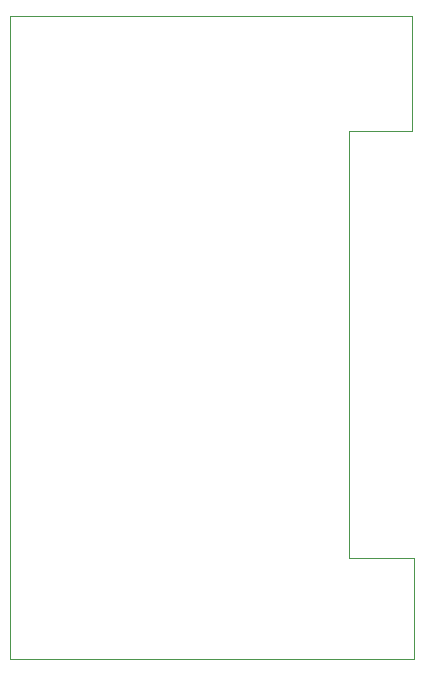
<source format=gbr>
%TF.GenerationSoftware,KiCad,Pcbnew,9.0.1*%
%TF.CreationDate,2025-04-29T00:54:00-03:00*%
%TF.ProjectId,Breadboard Power Supply,42726561-6462-46f6-9172-6420506f7765,rev?*%
%TF.SameCoordinates,Original*%
%TF.FileFunction,Profile,NP*%
%FSLAX46Y46*%
G04 Gerber Fmt 4.6, Leading zero omitted, Abs format (unit mm)*
G04 Created by KiCad (PCBNEW 9.0.1) date 2025-04-29 00:54:00*
%MOMM*%
%LPD*%
G01*
G04 APERTURE LIST*
%TA.AperFunction,Profile*%
%ADD10C,0.050000*%
%TD*%
G04 APERTURE END LIST*
D10*
X182000000Y-54100000D02*
X176700000Y-54100000D01*
X176700000Y-90300000D01*
X182200000Y-90300000D01*
X182200000Y-98800000D01*
X148000000Y-98800000D01*
X148000000Y-44400000D01*
X182000000Y-44400000D01*
X182000000Y-54100000D01*
M02*

</source>
